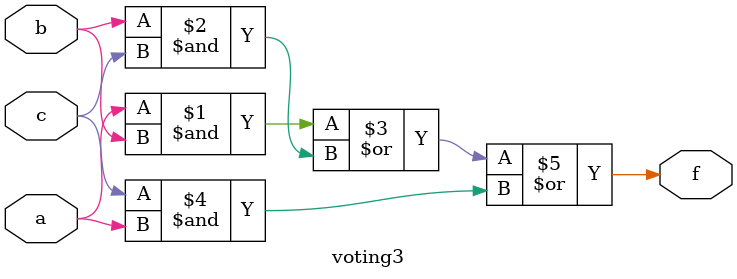
<source format=v>
`timescale 1ns / 1ps


module voting3(
    input a,
    input b,
    input c,
    output f

    );
     assign f =a&b | b&c | c&a ;
endmodule
   
</source>
